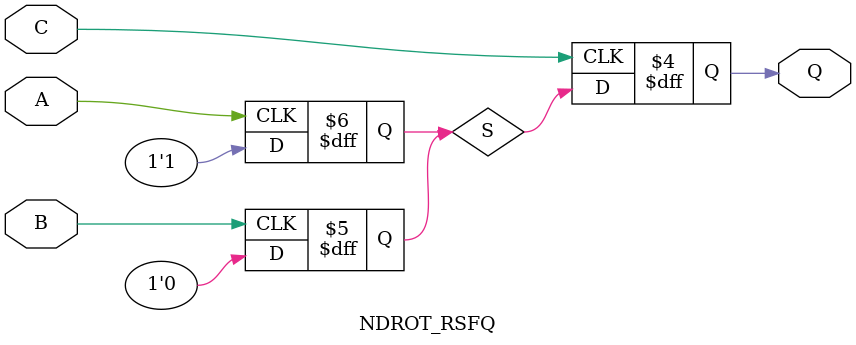
<source format=v>
module NOTT_RSFQ(A, Q);
input A;
output Q;
assign Q = ~A;
endmodule

module ANDT_RSFQ(A, B, Q);
input A, B;
output Q;
assign Q = (A & B);
endmodule

module ORT_RSFQ(A, B, Q);
input A, B;
output Q;
assign Q = (A | B);
endmodule

module XORT_RSFQ(A, B, Q);
input A, B;
output Q;
assign Q = (A ^ B);
endmodule

module XNORT_RSFQ(A, B, Q);
input A, B;
output Q;
assign Q = ~(A ^ B);
endmodule

module DFFT_RSFQ(C, A, Q);
input C, A;
output reg Q;
always @(posedge C)
	Q <= A;
endmodule

module NDROT_RSFQ(C, A, B, Q);
input C, A, B;
output reg Q;
reg S; 

always @ (posedge A)
    S <= 1'b1;

always @ (posedge B)
    S <= 1'b0;

always @ (posedge C)
    Q <= S;
endmodule

</source>
